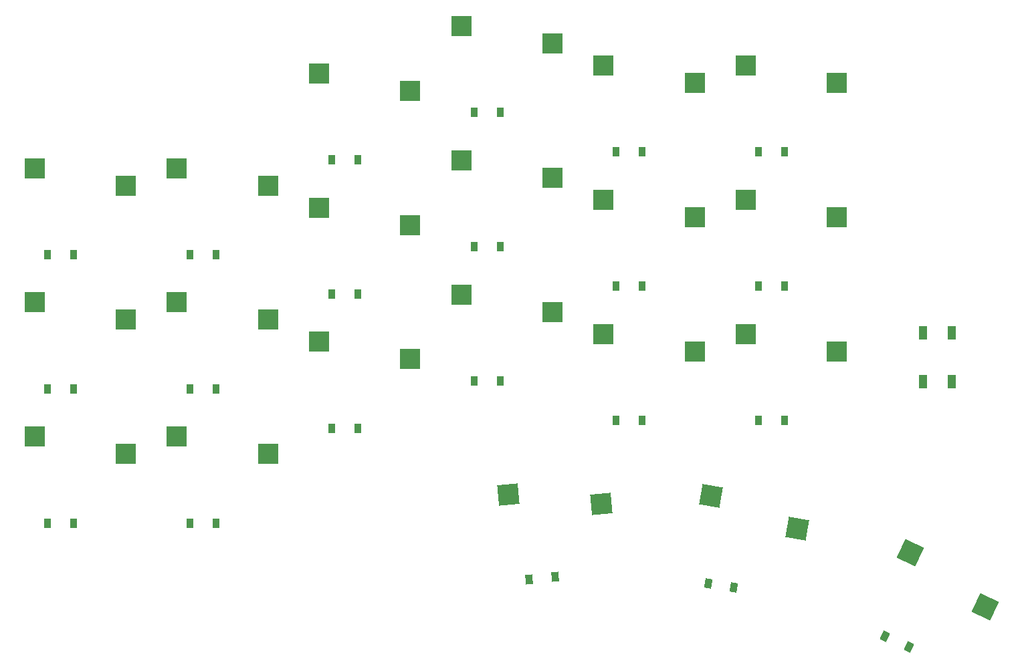
<source format=gbr>
%TF.GenerationSoftware,KiCad,Pcbnew,8.0.7*%
%TF.CreationDate,2024-12-30T14:18:56+04:00*%
%TF.ProjectId,ergoblock,6572676f-626c-46f6-936b-2e6b69636164,v1.0.0*%
%TF.SameCoordinates,Original*%
%TF.FileFunction,Paste,Bot*%
%TF.FilePolarity,Positive*%
%FSLAX46Y46*%
G04 Gerber Fmt 4.6, Leading zero omitted, Abs format (unit mm)*
G04 Created by KiCad (PCBNEW 8.0.7) date 2024-12-30 14:18:56*
%MOMM*%
%LPD*%
G01*
G04 APERTURE LIST*
G04 Aperture macros list*
%AMRotRect*
0 Rectangle, with rotation*
0 The origin of the aperture is its center*
0 $1 length*
0 $2 width*
0 $3 Rotation angle, in degrees counterclockwise*
0 Add horizontal line*
21,1,$1,$2,0,0,$3*%
G04 Aperture macros list end*
%ADD10R,2.600000X2.600000*%
%ADD11R,0.900000X1.200000*%
%ADD12RotRect,2.600000X2.600000X350.000000*%
%ADD13RotRect,2.600000X2.600000X5.000000*%
%ADD14RotRect,0.900000X1.200000X335.000000*%
%ADD15RotRect,0.900000X1.200000X5.000000*%
%ADD16RotRect,0.900000X1.200000X350.000000*%
%ADD17RotRect,2.600000X2.600000X335.000000*%
%ADD18R,1.100000X1.800000*%
G04 APERTURE END LIST*
D10*
%TO.C,S6*%
X164725000Y-110050000D03*
X176275000Y-112250000D03*
%TD*%
%TO.C,S1*%
X146725000Y-144050000D03*
X158275000Y-146250000D03*
%TD*%
D11*
%TO.C,D3*%
X148350000Y-121000000D03*
X151650000Y-121000000D03*
%TD*%
%TO.C,D6*%
X166350000Y-121000000D03*
X169650000Y-121000000D03*
%TD*%
%TO.C,D14*%
X220350000Y-125000000D03*
X223650000Y-125000000D03*
%TD*%
D10*
%TO.C,S10*%
X200725000Y-126050000D03*
X212275000Y-128250000D03*
%TD*%
D11*
%TO.C,D10*%
X202350000Y-137000000D03*
X205650000Y-137000000D03*
%TD*%
%TO.C,D8*%
X184350000Y-126000000D03*
X187650000Y-126000000D03*
%TD*%
D12*
%TO.C,S20*%
X232307961Y-151571696D03*
X243300465Y-155743910D03*
%TD*%
D11*
%TO.C,D17*%
X238350000Y-125000000D03*
X241650000Y-125000000D03*
%TD*%
D10*
%TO.C,S14*%
X218725000Y-114050000D03*
X230275000Y-116250000D03*
%TD*%
%TO.C,S2*%
X146725000Y-127050000D03*
X158275000Y-129250000D03*
%TD*%
%TO.C,S3*%
X146725000Y-110050000D03*
X158275000Y-112250000D03*
%TD*%
D11*
%TO.C,D12*%
X202350000Y-103000000D03*
X205650000Y-103000000D03*
%TD*%
%TO.C,D13*%
X220350000Y-142000000D03*
X223650000Y-142000000D03*
%TD*%
%TO.C,D11*%
X202350000Y-120000000D03*
X205650000Y-120000000D03*
%TD*%
D10*
%TO.C,S13*%
X218725000Y-131050000D03*
X230275000Y-133250000D03*
%TD*%
D11*
%TO.C,D1*%
X148350000Y-155000000D03*
X151650000Y-155000000D03*
%TD*%
D10*
%TO.C,S18*%
X236725000Y-97050000D03*
X248275000Y-99250000D03*
%TD*%
%TO.C,S4*%
X164725000Y-144050000D03*
X176275000Y-146250000D03*
%TD*%
D11*
%TO.C,D5*%
X166350000Y-138000000D03*
X169650000Y-138000000D03*
%TD*%
D10*
%TO.C,S9*%
X182725000Y-98050000D03*
X194275000Y-100250000D03*
%TD*%
%TO.C,S7*%
X182725000Y-132050000D03*
X194275000Y-134250000D03*
%TD*%
%TO.C,S8*%
X182725000Y-115050000D03*
X194275000Y-117250000D03*
%TD*%
D13*
%TO.C,S19*%
X206718886Y-151358077D03*
X218416677Y-152543056D03*
%TD*%
D11*
%TO.C,D15*%
X220350000Y-108000000D03*
X223650000Y-108000000D03*
%TD*%
%TO.C,D18*%
X238350000Y-108000000D03*
X241650000Y-108000000D03*
%TD*%
D14*
%TO.C,D21*%
X254391501Y-169334219D03*
X257382317Y-170728859D03*
%TD*%
D11*
%TO.C,D7*%
X184350000Y-143000000D03*
X187650000Y-143000000D03*
%TD*%
%TO.C,D2*%
X148350000Y-138000000D03*
X151650000Y-138000000D03*
%TD*%
D10*
%TO.C,S15*%
X218725000Y-97050000D03*
X230275000Y-99250000D03*
%TD*%
%TO.C,S16*%
X236725000Y-131050000D03*
X248275000Y-133250000D03*
%TD*%
D11*
%TO.C,D9*%
X184350000Y-109000000D03*
X187650000Y-109000000D03*
%TD*%
D15*
%TO.C,D19*%
X209292058Y-162124781D03*
X212579500Y-161837167D03*
%TD*%
D16*
%TO.C,D20*%
X232006826Y-162637520D03*
X235256692Y-163210558D03*
%TD*%
D10*
%TO.C,S12*%
X200725000Y-92050000D03*
X212275000Y-94250000D03*
%TD*%
%TO.C,S5*%
X164725000Y-127050000D03*
X176275000Y-129250000D03*
%TD*%
%TO.C,S11*%
X200725000Y-109050000D03*
X212275000Y-111250000D03*
%TD*%
D11*
%TO.C,D4*%
X166350000Y-155000000D03*
X169650000Y-155000000D03*
%TD*%
D17*
%TO.C,S21*%
X257546421Y-158723394D03*
X267084515Y-165598512D03*
%TD*%
D10*
%TO.C,S17*%
X236725000Y-114050000D03*
X248275000Y-116250000D03*
%TD*%
D18*
%TO.C,B2*%
X262850000Y-130900000D03*
X262850000Y-137100000D03*
X259150000Y-130900000D03*
X259150000Y-137100000D03*
%TD*%
D11*
%TO.C,D16*%
X238350000Y-142000000D03*
X241650000Y-142000000D03*
%TD*%
M02*

</source>
